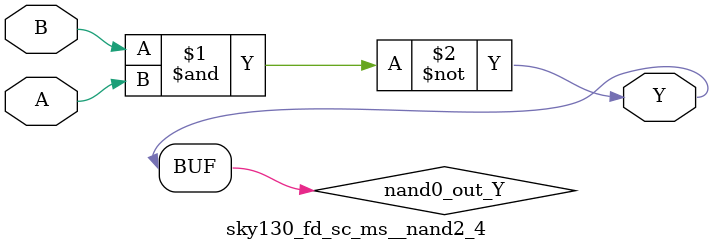
<source format=v>
/*
 * Copyright 2020 The SkyWater PDK Authors
 *
 * Licensed under the Apache License, Version 2.0 (the "License");
 * you may not use this file except in compliance with the License.
 * You may obtain a copy of the License at
 *
 *     https://www.apache.org/licenses/LICENSE-2.0
 *
 * Unless required by applicable law or agreed to in writing, software
 * distributed under the License is distributed on an "AS IS" BASIS,
 * WITHOUT WARRANTIES OR CONDITIONS OF ANY KIND, either express or implied.
 * See the License for the specific language governing permissions and
 * limitations under the License.
 *
 * SPDX-License-Identifier: Apache-2.0
*/


`ifndef SKY130_FD_SC_MS__NAND2_4_FUNCTIONAL_V
`define SKY130_FD_SC_MS__NAND2_4_FUNCTIONAL_V

/**
 * nand2: 2-input NAND.
 *
 * Verilog simulation functional model.
 */

`timescale 1ns / 1ps
`default_nettype none

`celldefine
module sky130_fd_sc_ms__nand2_4 (
    Y,
    A,
    B
);

    // Module ports
    output Y;
    input  A;
    input  B;

    // Local signals
    wire nand0_out_Y;

    //   Name   Output       Other arguments
    nand nand0 (nand0_out_Y, B, A           );
    buf  buf0  (Y          , nand0_out_Y    );

endmodule
`endcelldefine

`default_nettype wire
`endif  // SKY130_FD_SC_MS__NAND2_4_FUNCTIONAL_V

</source>
